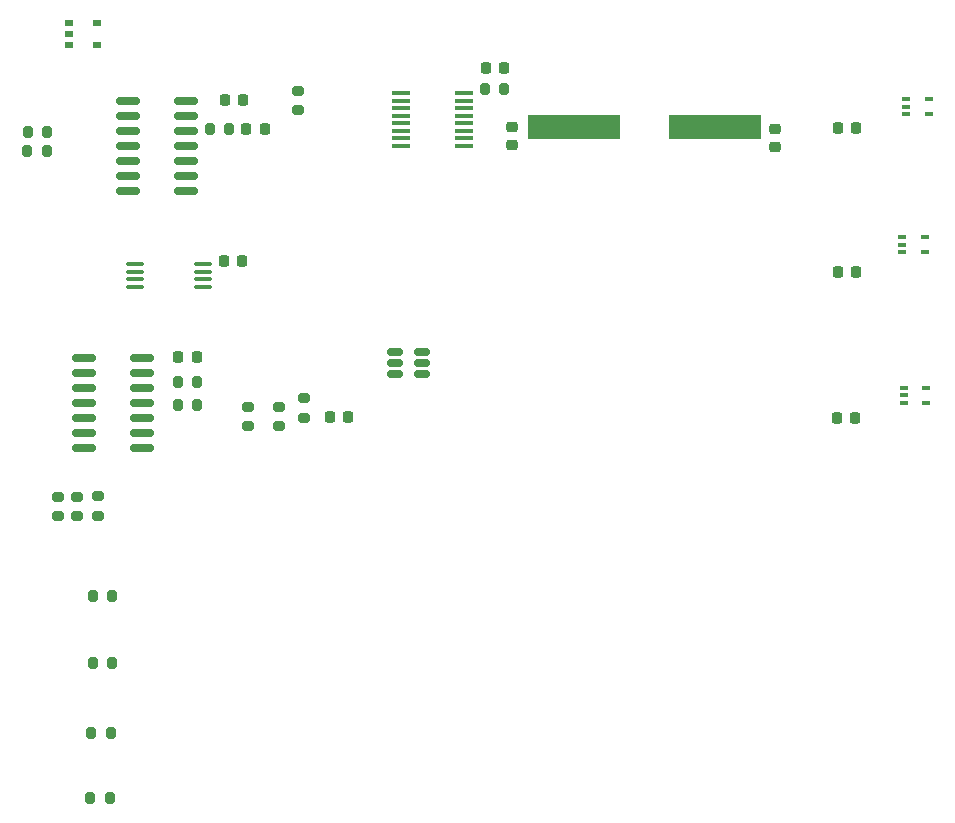
<source format=gtp>
%TF.GenerationSoftware,KiCad,Pcbnew,(6.0.5-0)*%
%TF.CreationDate,2022-05-22T21:56:00-04:00*%
%TF.ProjectId,Payload Board,5061796c-6f61-4642-9042-6f6172642e6b,rev?*%
%TF.SameCoordinates,Original*%
%TF.FileFunction,Paste,Top*%
%TF.FilePolarity,Positive*%
%FSLAX46Y46*%
G04 Gerber Fmt 4.6, Leading zero omitted, Abs format (unit mm)*
G04 Created by KiCad (PCBNEW (6.0.5-0)) date 2022-05-22 21:56:00*
%MOMM*%
%LPD*%
G01*
G04 APERTURE LIST*
G04 Aperture macros list*
%AMRoundRect*
0 Rectangle with rounded corners*
0 $1 Rounding radius*
0 $2 $3 $4 $5 $6 $7 $8 $9 X,Y pos of 4 corners*
0 Add a 4 corners polygon primitive as box body*
4,1,4,$2,$3,$4,$5,$6,$7,$8,$9,$2,$3,0*
0 Add four circle primitives for the rounded corners*
1,1,$1+$1,$2,$3*
1,1,$1+$1,$4,$5*
1,1,$1+$1,$6,$7*
1,1,$1+$1,$8,$9*
0 Add four rect primitives between the rounded corners*
20,1,$1+$1,$2,$3,$4,$5,0*
20,1,$1+$1,$4,$5,$6,$7,0*
20,1,$1+$1,$6,$7,$8,$9,0*
20,1,$1+$1,$8,$9,$2,$3,0*%
G04 Aperture macros list end*
%ADD10R,0.650000X0.400000*%
%ADD11R,1.600000X0.410000*%
%ADD12RoundRect,0.100000X-0.637500X-0.100000X0.637500X-0.100000X0.637500X0.100000X-0.637500X0.100000X0*%
%ADD13RoundRect,0.150000X-0.825000X-0.150000X0.825000X-0.150000X0.825000X0.150000X-0.825000X0.150000X0*%
%ADD14R,7.875000X2.000000*%
%ADD15RoundRect,0.200000X-0.200000X-0.275000X0.200000X-0.275000X0.200000X0.275000X-0.200000X0.275000X0*%
%ADD16RoundRect,0.225000X0.225000X0.250000X-0.225000X0.250000X-0.225000X-0.250000X0.225000X-0.250000X0*%
%ADD17RoundRect,0.225000X-0.250000X0.225000X-0.250000X-0.225000X0.250000X-0.225000X0.250000X0.225000X0*%
%ADD18RoundRect,0.225000X-0.225000X-0.250000X0.225000X-0.250000X0.225000X0.250000X-0.225000X0.250000X0*%
%ADD19RoundRect,0.200000X-0.275000X0.200000X-0.275000X-0.200000X0.275000X-0.200000X0.275000X0.200000X0*%
%ADD20RoundRect,0.200000X0.275000X-0.200000X0.275000X0.200000X-0.275000X0.200000X-0.275000X-0.200000X0*%
%ADD21RoundRect,0.200000X0.200000X0.275000X-0.200000X0.275000X-0.200000X-0.275000X0.200000X-0.275000X0*%
%ADD22R,0.700000X0.510000*%
%ADD23RoundRect,0.150000X-0.512500X-0.150000X0.512500X-0.150000X0.512500X0.150000X-0.512500X0.150000X0*%
G04 APERTURE END LIST*
D10*
%TO.C,U2*%
X128190000Y-75290000D03*
X128190000Y-75940000D03*
X128190000Y-76590000D03*
X130090000Y-76590000D03*
X130090000Y-75290000D03*
%TD*%
%TO.C,U3*%
X127830000Y-86960000D03*
X127830000Y-87610000D03*
X127830000Y-88260000D03*
X129730000Y-88260000D03*
X129730000Y-86960000D03*
%TD*%
D11*
%TO.C,U5*%
X85435700Y-74777500D03*
X85435700Y-75412500D03*
X85435700Y-76047500D03*
X85435700Y-76682500D03*
X85435700Y-77317500D03*
X85435700Y-77952500D03*
X85435700Y-78587500D03*
X85435700Y-79222500D03*
X90744300Y-79222500D03*
X90744300Y-78587500D03*
X90744300Y-77952500D03*
X90744300Y-77317500D03*
X90744300Y-76682500D03*
X90744300Y-76047500D03*
X90744300Y-75412500D03*
X90744300Y-74777500D03*
%TD*%
D12*
%TO.C,U6*%
X62877500Y-89245000D03*
X62877500Y-89895000D03*
X62877500Y-90545000D03*
X62877500Y-91195000D03*
X68602500Y-91195000D03*
X68602500Y-90545000D03*
X68602500Y-89895000D03*
X68602500Y-89245000D03*
%TD*%
D13*
%TO.C,U8*%
X62285000Y-75450000D03*
X62285000Y-76720000D03*
X62285000Y-77990000D03*
X62285000Y-79260000D03*
X62285000Y-80530000D03*
X62285000Y-81800000D03*
X62285000Y-83070000D03*
X67235000Y-83070000D03*
X67235000Y-81800000D03*
X67235000Y-80530000D03*
X67235000Y-79260000D03*
X67235000Y-77990000D03*
X67235000Y-76720000D03*
X67235000Y-75450000D03*
%TD*%
D14*
%TO.C,Y1*%
X100082500Y-77660000D03*
X111957500Y-77660000D03*
%TD*%
D15*
%TO.C,R6*%
X53795000Y-78040000D03*
X55445000Y-78040000D03*
%TD*%
D16*
%TO.C,C1*%
X123945000Y-77750000D03*
X122395000Y-77750000D03*
%TD*%
%TO.C,C2*%
X123915000Y-89920000D03*
X122365000Y-89920000D03*
%TD*%
%TO.C,C3*%
X123835000Y-102290000D03*
X122285000Y-102290000D03*
%TD*%
D17*
%TO.C,C4*%
X94830000Y-77645000D03*
X94830000Y-79195000D03*
%TD*%
D18*
%TO.C,C5*%
X70405000Y-88980000D03*
X71955000Y-88980000D03*
%TD*%
D17*
%TO.C,C6*%
X117030000Y-77795000D03*
X117030000Y-79345000D03*
%TD*%
D16*
%TO.C,C7*%
X72060000Y-75350000D03*
X70510000Y-75350000D03*
%TD*%
D18*
%TO.C,C8*%
X72295000Y-77850000D03*
X73845000Y-77850000D03*
%TD*%
D19*
%TO.C,R1*%
X72440000Y-101355000D03*
X72440000Y-103005000D03*
%TD*%
D20*
%TO.C,R2*%
X75090000Y-102985000D03*
X75090000Y-101335000D03*
%TD*%
%TO.C,R3*%
X77210000Y-102265000D03*
X77210000Y-100615000D03*
%TD*%
D19*
%TO.C,R4*%
X76693334Y-74597480D03*
X76693334Y-76247480D03*
%TD*%
D21*
%TO.C,R5*%
X94130000Y-74470000D03*
X92480000Y-74470000D03*
%TD*%
D15*
%TO.C,R7*%
X53775000Y-79640000D03*
X55425000Y-79640000D03*
%TD*%
%TO.C,R8*%
X69205000Y-77860000D03*
X70855000Y-77860000D03*
%TD*%
D18*
%TO.C,C9*%
X92605000Y-72620000D03*
X94155000Y-72620000D03*
%TD*%
D21*
%TO.C,R13*%
X68153334Y-101172480D03*
X66503334Y-101172480D03*
%TD*%
D20*
%TO.C,R17*%
X59738334Y-110557480D03*
X59738334Y-108907480D03*
%TD*%
D10*
%TO.C,U4*%
X127968334Y-99712480D03*
X127968334Y-100362480D03*
X127968334Y-101012480D03*
X129868334Y-101012480D03*
X129868334Y-99712480D03*
%TD*%
D22*
%TO.C,IC1*%
X57308334Y-68802480D03*
X57308334Y-69752480D03*
X57308334Y-70702480D03*
X59628334Y-70702480D03*
X59628334Y-68802480D03*
%TD*%
D19*
%TO.C,R16*%
X57988334Y-108947480D03*
X57988334Y-110597480D03*
%TD*%
D16*
%TO.C,C11*%
X80923334Y-102162480D03*
X79373334Y-102162480D03*
%TD*%
D21*
%TO.C,R9*%
X60938334Y-117352480D03*
X59288334Y-117352480D03*
%TD*%
D23*
%TO.C,U10*%
X84930834Y-96672480D03*
X84930834Y-97622480D03*
X84930834Y-98572480D03*
X87205834Y-98572480D03*
X87205834Y-97622480D03*
X87205834Y-96672480D03*
%TD*%
D21*
%TO.C,R11*%
X60813334Y-128962480D03*
X59163334Y-128962480D03*
%TD*%
%TO.C,R12*%
X60753334Y-134442480D03*
X59103334Y-134442480D03*
%TD*%
D19*
%TO.C,R15*%
X56388334Y-108947480D03*
X56388334Y-110597480D03*
%TD*%
D21*
%TO.C,R10*%
X60953334Y-123022480D03*
X59303334Y-123022480D03*
%TD*%
%TO.C,R14*%
X68133334Y-99232480D03*
X66483334Y-99232480D03*
%TD*%
D13*
%TO.C,U9*%
X58533334Y-97182480D03*
X58533334Y-98452480D03*
X58533334Y-99722480D03*
X58533334Y-100992480D03*
X58533334Y-102262480D03*
X58533334Y-103532480D03*
X58533334Y-104802480D03*
X63483334Y-104802480D03*
X63483334Y-103532480D03*
X63483334Y-102262480D03*
X63483334Y-100992480D03*
X63483334Y-99722480D03*
X63483334Y-98452480D03*
X63483334Y-97182480D03*
%TD*%
D18*
%TO.C,C10*%
X66553334Y-97162480D03*
X68103334Y-97162480D03*
%TD*%
M02*

</source>
